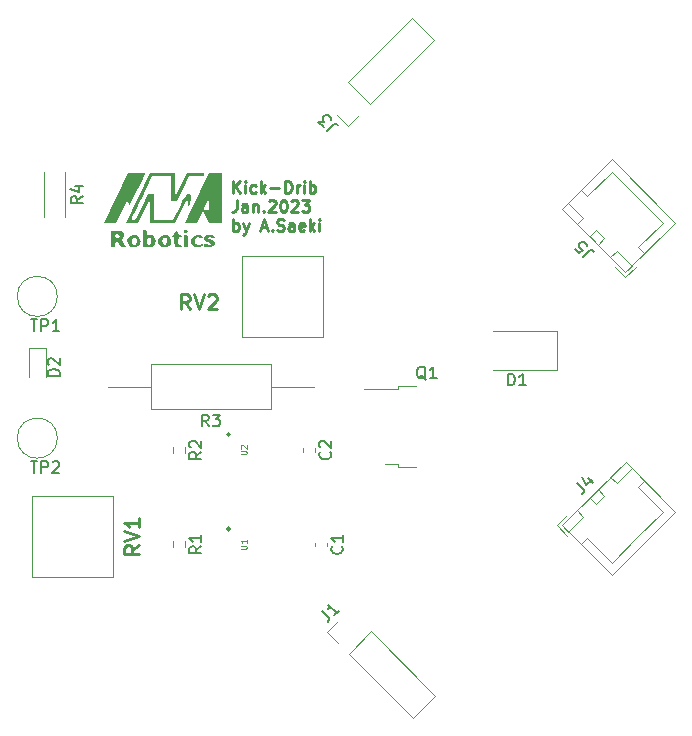
<source format=gto>
G04 #@! TF.GenerationSoftware,KiCad,Pcbnew,(6.0.11)*
G04 #@! TF.CreationDate,2023-01-31T15:57:48+09:00*
G04 #@! TF.ProjectId,kick-drib-20230121,6b69636b-2d64-4726-9962-2d3230323330,V2.0*
G04 #@! TF.SameCoordinates,PX73bce80PY7ffbac0*
G04 #@! TF.FileFunction,Legend,Top*
G04 #@! TF.FilePolarity,Positive*
%FSLAX46Y46*%
G04 Gerber Fmt 4.6, Leading zero omitted, Abs format (unit mm)*
G04 Created by KiCad (PCBNEW (6.0.11)) date 2023-01-31 15:57:48*
%MOMM*%
%LPD*%
G01*
G04 APERTURE LIST*
%ADD10C,0.250000*%
%ADD11C,0.100000*%
%ADD12C,0.150000*%
%ADD13C,0.254000*%
%ADD14C,0.120000*%
G04 APERTURE END LIST*
D10*
X25292595Y54497620D02*
X25292595Y55497620D01*
X25864023Y54497620D02*
X25435452Y55069048D01*
X25864023Y55497620D02*
X25292595Y54926191D01*
X26292595Y54497620D02*
X26292595Y55164286D01*
X26292595Y55497620D02*
X26244976Y55450000D01*
X26292595Y55402381D01*
X26340214Y55450000D01*
X26292595Y55497620D01*
X26292595Y55402381D01*
X27197357Y54545239D02*
X27102119Y54497620D01*
X26911642Y54497620D01*
X26816404Y54545239D01*
X26768785Y54592858D01*
X26721166Y54688096D01*
X26721166Y54973810D01*
X26768785Y55069048D01*
X26816404Y55116667D01*
X26911642Y55164286D01*
X27102119Y55164286D01*
X27197357Y55116667D01*
X27625928Y54497620D02*
X27625928Y55497620D01*
X27721166Y54878572D02*
X28006880Y54497620D01*
X28006880Y55164286D02*
X27625928Y54783334D01*
X28435452Y54878572D02*
X29197357Y54878572D01*
X29673547Y54497620D02*
X29673547Y55497620D01*
X29911642Y55497620D01*
X30054500Y55450000D01*
X30149738Y55354762D01*
X30197357Y55259524D01*
X30244976Y55069048D01*
X30244976Y54926191D01*
X30197357Y54735715D01*
X30149738Y54640477D01*
X30054500Y54545239D01*
X29911642Y54497620D01*
X29673547Y54497620D01*
X30673547Y54497620D02*
X30673547Y55164286D01*
X30673547Y54973810D02*
X30721166Y55069048D01*
X30768785Y55116667D01*
X30864023Y55164286D01*
X30959261Y55164286D01*
X31292595Y54497620D02*
X31292595Y55164286D01*
X31292595Y55497620D02*
X31244976Y55450000D01*
X31292595Y55402381D01*
X31340214Y55450000D01*
X31292595Y55497620D01*
X31292595Y55402381D01*
X31768785Y54497620D02*
X31768785Y55497620D01*
X31768785Y55116667D02*
X31864023Y55164286D01*
X32054500Y55164286D01*
X32149738Y55116667D01*
X32197357Y55069048D01*
X32244976Y54973810D01*
X32244976Y54688096D01*
X32197357Y54592858D01*
X32149738Y54545239D01*
X32054500Y54497620D01*
X31864023Y54497620D01*
X31768785Y54545239D01*
X25578309Y53887620D02*
X25578309Y53173334D01*
X25530690Y53030477D01*
X25435452Y52935239D01*
X25292595Y52887620D01*
X25197357Y52887620D01*
X26483071Y52887620D02*
X26483071Y53411429D01*
X26435452Y53506667D01*
X26340214Y53554286D01*
X26149738Y53554286D01*
X26054500Y53506667D01*
X26483071Y52935239D02*
X26387833Y52887620D01*
X26149738Y52887620D01*
X26054500Y52935239D01*
X26006880Y53030477D01*
X26006880Y53125715D01*
X26054500Y53220953D01*
X26149738Y53268572D01*
X26387833Y53268572D01*
X26483071Y53316191D01*
X26959261Y53554286D02*
X26959261Y52887620D01*
X26959261Y53459048D02*
X27006880Y53506667D01*
X27102119Y53554286D01*
X27244976Y53554286D01*
X27340214Y53506667D01*
X27387833Y53411429D01*
X27387833Y52887620D01*
X27864023Y52982858D02*
X27911642Y52935239D01*
X27864023Y52887620D01*
X27816404Y52935239D01*
X27864023Y52982858D01*
X27864023Y52887620D01*
X28292595Y53792381D02*
X28340214Y53840000D01*
X28435452Y53887620D01*
X28673547Y53887620D01*
X28768785Y53840000D01*
X28816404Y53792381D01*
X28864023Y53697143D01*
X28864023Y53601905D01*
X28816404Y53459048D01*
X28244976Y52887620D01*
X28864023Y52887620D01*
X29483071Y53887620D02*
X29578309Y53887620D01*
X29673547Y53840000D01*
X29721166Y53792381D01*
X29768785Y53697143D01*
X29816404Y53506667D01*
X29816404Y53268572D01*
X29768785Y53078096D01*
X29721166Y52982858D01*
X29673547Y52935239D01*
X29578309Y52887620D01*
X29483071Y52887620D01*
X29387833Y52935239D01*
X29340214Y52982858D01*
X29292595Y53078096D01*
X29244976Y53268572D01*
X29244976Y53506667D01*
X29292595Y53697143D01*
X29340214Y53792381D01*
X29387833Y53840000D01*
X29483071Y53887620D01*
X30197357Y53792381D02*
X30244976Y53840000D01*
X30340214Y53887620D01*
X30578309Y53887620D01*
X30673547Y53840000D01*
X30721166Y53792381D01*
X30768785Y53697143D01*
X30768785Y53601905D01*
X30721166Y53459048D01*
X30149738Y52887620D01*
X30768785Y52887620D01*
X31102119Y53887620D02*
X31721166Y53887620D01*
X31387833Y53506667D01*
X31530690Y53506667D01*
X31625928Y53459048D01*
X31673547Y53411429D01*
X31721166Y53316191D01*
X31721166Y53078096D01*
X31673547Y52982858D01*
X31625928Y52935239D01*
X31530690Y52887620D01*
X31244976Y52887620D01*
X31149738Y52935239D01*
X31102119Y52982858D01*
X25292595Y51277620D02*
X25292595Y52277620D01*
X25292595Y51896667D02*
X25387833Y51944286D01*
X25578309Y51944286D01*
X25673547Y51896667D01*
X25721166Y51849048D01*
X25768785Y51753810D01*
X25768785Y51468096D01*
X25721166Y51372858D01*
X25673547Y51325239D01*
X25578309Y51277620D01*
X25387833Y51277620D01*
X25292595Y51325239D01*
X26102119Y51944286D02*
X26340214Y51277620D01*
X26578309Y51944286D02*
X26340214Y51277620D01*
X26244976Y51039524D01*
X26197357Y50991905D01*
X26102119Y50944286D01*
X27673547Y51563334D02*
X28149738Y51563334D01*
X27578309Y51277620D02*
X27911642Y52277620D01*
X28244976Y51277620D01*
X28578309Y51372858D02*
X28625928Y51325239D01*
X28578309Y51277620D01*
X28530690Y51325239D01*
X28578309Y51372858D01*
X28578309Y51277620D01*
X29006880Y51325239D02*
X29149738Y51277620D01*
X29387833Y51277620D01*
X29483071Y51325239D01*
X29530690Y51372858D01*
X29578309Y51468096D01*
X29578309Y51563334D01*
X29530690Y51658572D01*
X29483071Y51706191D01*
X29387833Y51753810D01*
X29197357Y51801429D01*
X29102119Y51849048D01*
X29054500Y51896667D01*
X29006880Y51991905D01*
X29006880Y52087143D01*
X29054500Y52182381D01*
X29102119Y52230000D01*
X29197357Y52277620D01*
X29435452Y52277620D01*
X29578309Y52230000D01*
X30435452Y51277620D02*
X30435452Y51801429D01*
X30387833Y51896667D01*
X30292595Y51944286D01*
X30102119Y51944286D01*
X30006880Y51896667D01*
X30435452Y51325239D02*
X30340214Y51277620D01*
X30102119Y51277620D01*
X30006880Y51325239D01*
X29959261Y51420477D01*
X29959261Y51515715D01*
X30006880Y51610953D01*
X30102119Y51658572D01*
X30340214Y51658572D01*
X30435452Y51706191D01*
X31292595Y51325239D02*
X31197357Y51277620D01*
X31006880Y51277620D01*
X30911642Y51325239D01*
X30864023Y51420477D01*
X30864023Y51801429D01*
X30911642Y51896667D01*
X31006880Y51944286D01*
X31197357Y51944286D01*
X31292595Y51896667D01*
X31340214Y51801429D01*
X31340214Y51706191D01*
X30864023Y51610953D01*
X31768785Y51277620D02*
X31768785Y52277620D01*
X31864023Y51658572D02*
X32149738Y51277620D01*
X32149738Y51944286D02*
X31768785Y51563334D01*
X32578309Y51277620D02*
X32578309Y51944286D01*
X32578309Y52277620D02*
X32530690Y52230000D01*
X32578309Y52182381D01*
X32625928Y52230000D01*
X32578309Y52277620D01*
X32578309Y52182381D01*
D11*
X25918190Y32351248D02*
X26322952Y32351248D01*
X26370571Y32375058D01*
X26394380Y32398867D01*
X26418190Y32446486D01*
X26418190Y32541724D01*
X26394380Y32589343D01*
X26370571Y32613153D01*
X26322952Y32636962D01*
X25918190Y32636962D01*
X25965809Y32851248D02*
X25942000Y32875058D01*
X25918190Y32922677D01*
X25918190Y33041724D01*
X25942000Y33089343D01*
X25965809Y33113153D01*
X26013428Y33136962D01*
X26061047Y33136962D01*
X26132476Y33113153D01*
X26418190Y32827439D01*
X26418190Y33136962D01*
D12*
X34479142Y24565534D02*
X34526761Y24517915D01*
X34574380Y24375058D01*
X34574380Y24279820D01*
X34526761Y24136962D01*
X34431523Y24041724D01*
X34336285Y23994105D01*
X34145809Y23946486D01*
X34002952Y23946486D01*
X33812476Y23994105D01*
X33717238Y24041724D01*
X33622000Y24136962D01*
X33574380Y24279820D01*
X33574380Y24375058D01*
X33622000Y24517915D01*
X33669619Y24565534D01*
X34574380Y25517915D02*
X34574380Y24946486D01*
X34574380Y25232200D02*
X33574380Y25232200D01*
X33717238Y25136962D01*
X33812476Y25041724D01*
X33860095Y24946486D01*
X54874364Y49058727D02*
X55379440Y49563803D01*
X55514127Y49631147D01*
X55648814Y49631147D01*
X55783501Y49563803D01*
X55850844Y49496460D01*
X54200929Y49732162D02*
X54537646Y49395445D01*
X54908035Y49698490D01*
X54840692Y49698490D01*
X54739677Y49732162D01*
X54571318Y49900521D01*
X54537646Y50001536D01*
X54537646Y50068880D01*
X54571318Y50169895D01*
X54739677Y50338254D01*
X54840692Y50371925D01*
X54908035Y50371925D01*
X55009051Y50338254D01*
X55177409Y50169895D01*
X55211081Y50068880D01*
X55211081Y50001536D01*
X33205918Y59774714D02*
X33710994Y60279790D01*
X33845681Y60347134D01*
X33980368Y60347134D01*
X34115055Y60279790D01*
X34182398Y60212447D01*
X32936544Y60044088D02*
X32498811Y60481821D01*
X33003887Y60515493D01*
X32902872Y60616508D01*
X32869200Y60717523D01*
X32869200Y60784867D01*
X32902872Y60885882D01*
X33071231Y61054241D01*
X33172246Y61087912D01*
X33239589Y61087912D01*
X33340605Y61054241D01*
X33542635Y60852210D01*
X33576307Y60751195D01*
X33576307Y60683851D01*
X8130095Y31779820D02*
X8701523Y31779820D01*
X8415809Y30779820D02*
X8415809Y31779820D01*
X9034857Y30779820D02*
X9034857Y31779820D01*
X9415809Y31779820D01*
X9511047Y31732200D01*
X9558666Y31684581D01*
X9606285Y31589343D01*
X9606285Y31446486D01*
X9558666Y31351248D01*
X9511047Y31303629D01*
X9415809Y31256010D01*
X9034857Y31256010D01*
X9987238Y31684581D02*
X10034857Y31732200D01*
X10130095Y31779820D01*
X10368190Y31779820D01*
X10463428Y31732200D01*
X10511047Y31684581D01*
X10558666Y31589343D01*
X10558666Y31494105D01*
X10511047Y31351248D01*
X9939619Y30779820D01*
X10558666Y30779820D01*
X8130095Y43779820D02*
X8701523Y43779820D01*
X8415809Y42779820D02*
X8415809Y43779820D01*
X9034857Y42779820D02*
X9034857Y43779820D01*
X9415809Y43779820D01*
X9511047Y43732200D01*
X9558666Y43684581D01*
X9606285Y43589343D01*
X9606285Y43446486D01*
X9558666Y43351248D01*
X9511047Y43303629D01*
X9415809Y43256010D01*
X9034857Y43256010D01*
X10558666Y42779820D02*
X9987238Y42779820D01*
X10272952Y42779820D02*
X10272952Y43779820D01*
X10177714Y43636962D01*
X10082476Y43541724D01*
X9987238Y43494105D01*
D13*
X17338523Y24644048D02*
X16733761Y24220715D01*
X17338523Y23918334D02*
X16068523Y23918334D01*
X16068523Y24402143D01*
X16129000Y24523096D01*
X16189476Y24583572D01*
X16310428Y24644048D01*
X16491857Y24644048D01*
X16612809Y24583572D01*
X16673285Y24523096D01*
X16733761Y24402143D01*
X16733761Y23918334D01*
X16068523Y25006905D02*
X17338523Y25430239D01*
X16068523Y25853572D01*
X17338523Y26942143D02*
X17338523Y26216429D01*
X17338523Y26579286D02*
X16068523Y26579286D01*
X16249952Y26458334D01*
X16370904Y26337381D01*
X16431380Y26216429D01*
D12*
X22574380Y32565534D02*
X22098190Y32232200D01*
X22574380Y31994105D02*
X21574380Y31994105D01*
X21574380Y32375058D01*
X21622000Y32470296D01*
X21669619Y32517915D01*
X21764857Y32565534D01*
X21907714Y32565534D01*
X22002952Y32517915D01*
X22050571Y32470296D01*
X22098190Y32375058D01*
X22098190Y31994105D01*
X21669619Y32946486D02*
X21622000Y32994105D01*
X21574380Y33089343D01*
X21574380Y33327439D01*
X21622000Y33422677D01*
X21669619Y33470296D01*
X21764857Y33517915D01*
X21860095Y33517915D01*
X22002952Y33470296D01*
X22574380Y32898867D01*
X22574380Y33517915D01*
X22574380Y24565534D02*
X22098190Y24232200D01*
X22574380Y23994105D02*
X21574380Y23994105D01*
X21574380Y24375058D01*
X21622000Y24470296D01*
X21669619Y24517915D01*
X21764857Y24565534D01*
X21907714Y24565534D01*
X22002952Y24517915D01*
X22050571Y24470296D01*
X22098190Y24375058D01*
X22098190Y23994105D01*
X22574380Y25517915D02*
X22574380Y24946486D01*
X22574380Y25232200D02*
X21574380Y25232200D01*
X21717238Y25136962D01*
X21812476Y25041724D01*
X21860095Y24946486D01*
X33479142Y32565534D02*
X33526761Y32517915D01*
X33574380Y32375058D01*
X33574380Y32279820D01*
X33526761Y32136962D01*
X33431523Y32041724D01*
X33336285Y31994105D01*
X33145809Y31946486D01*
X33002952Y31946486D01*
X32812476Y31994105D01*
X32717238Y32041724D01*
X32622000Y32136962D01*
X32574380Y32279820D01*
X32574380Y32375058D01*
X32622000Y32517915D01*
X32669619Y32565534D01*
X32669619Y32946486D02*
X32622000Y32994105D01*
X32574380Y33089343D01*
X32574380Y33327439D01*
X32622000Y33422677D01*
X32669619Y33470296D01*
X32764857Y33517915D01*
X32860095Y33517915D01*
X33002952Y33470296D01*
X33574380Y32898867D01*
X33574380Y33517915D01*
D11*
X25918190Y24351248D02*
X26322952Y24351248D01*
X26370571Y24375058D01*
X26394380Y24398867D01*
X26418190Y24446486D01*
X26418190Y24541724D01*
X26394380Y24589343D01*
X26370571Y24613153D01*
X26322952Y24636962D01*
X25918190Y24636962D01*
X26418190Y25136962D02*
X26418190Y24851248D01*
X26418190Y24994105D02*
X25918190Y24994105D01*
X25989619Y24946486D01*
X26037238Y24898867D01*
X26061047Y24851248D01*
D13*
X21596047Y44637477D02*
X21172714Y45242239D01*
X20870333Y44637477D02*
X20870333Y45907477D01*
X21354142Y45907477D01*
X21475095Y45847000D01*
X21535571Y45786524D01*
X21596047Y45665572D01*
X21596047Y45484143D01*
X21535571Y45363191D01*
X21475095Y45302715D01*
X21354142Y45242239D01*
X20870333Y45242239D01*
X21958904Y45907477D02*
X22382238Y44637477D01*
X22805571Y45907477D01*
X23168428Y45786524D02*
X23228904Y45847000D01*
X23349857Y45907477D01*
X23652238Y45907477D01*
X23773190Y45847000D01*
X23833666Y45786524D01*
X23894142Y45665572D01*
X23894142Y45544620D01*
X23833666Y45363191D01*
X23107952Y44637477D01*
X23894142Y44637477D01*
D12*
X54407626Y29956936D02*
X54912702Y29451860D01*
X54980046Y29317173D01*
X54980046Y29182486D01*
X54912702Y29047799D01*
X54845359Y28980456D01*
X55283092Y30360997D02*
X55754496Y29889593D01*
X54845359Y30462013D02*
X55182076Y29788578D01*
X55619809Y30226310D01*
X23201333Y34727620D02*
X22868000Y35203810D01*
X22629904Y34727620D02*
X22629904Y35727620D01*
X23010857Y35727620D01*
X23106095Y35680000D01*
X23153714Y35632381D01*
X23201333Y35537143D01*
X23201333Y35394286D01*
X23153714Y35299048D01*
X23106095Y35251429D01*
X23010857Y35203810D01*
X22629904Y35203810D01*
X23534666Y35727620D02*
X24153714Y35727620D01*
X23820380Y35346667D01*
X23963238Y35346667D01*
X24058476Y35299048D01*
X24106095Y35251429D01*
X24153714Y35156191D01*
X24153714Y34918096D01*
X24106095Y34822858D01*
X24058476Y34775239D01*
X23963238Y34727620D01*
X23677523Y34727620D01*
X23582285Y34775239D01*
X23534666Y34822858D01*
X32829413Y19123382D02*
X33334489Y18618306D01*
X33401833Y18483619D01*
X33401833Y18348932D01*
X33334489Y18214245D01*
X33267146Y18146902D01*
X34243627Y19123382D02*
X33839566Y18719321D01*
X34041596Y18921352D02*
X33334489Y19628459D01*
X33368161Y19460100D01*
X33368161Y19325413D01*
X33334489Y19224398D01*
X12532380Y54189334D02*
X12056190Y53856000D01*
X12532380Y53617905D02*
X11532380Y53617905D01*
X11532380Y53998858D01*
X11580000Y54094096D01*
X11627619Y54141715D01*
X11722857Y54189334D01*
X11865714Y54189334D01*
X11960952Y54141715D01*
X12008571Y54094096D01*
X12056190Y53998858D01*
X12056190Y53617905D01*
X11865714Y55046477D02*
X12532380Y55046477D01*
X11484761Y54808381D02*
X12199047Y54570286D01*
X12199047Y55189334D01*
X48537904Y38195620D02*
X48537904Y39195620D01*
X48776000Y39195620D01*
X48918857Y39148000D01*
X49014095Y39052762D01*
X49061714Y38957524D01*
X49109333Y38767048D01*
X49109333Y38624191D01*
X49061714Y38433715D01*
X49014095Y38338477D01*
X48918857Y38243239D01*
X48776000Y38195620D01*
X48537904Y38195620D01*
X50061714Y38195620D02*
X49490285Y38195620D01*
X49776000Y38195620D02*
X49776000Y39195620D01*
X49680761Y39052762D01*
X49585523Y38957524D01*
X49490285Y38909905D01*
X41596761Y38684581D02*
X41501523Y38732200D01*
X41406285Y38827439D01*
X41263428Y38970296D01*
X41168190Y39017915D01*
X41072952Y39017915D01*
X41120571Y38779820D02*
X41025333Y38827439D01*
X40930095Y38922677D01*
X40882476Y39113153D01*
X40882476Y39446486D01*
X40930095Y39636962D01*
X41025333Y39732200D01*
X41120571Y39779820D01*
X41311047Y39779820D01*
X41406285Y39732200D01*
X41501523Y39636962D01*
X41549142Y39446486D01*
X41549142Y39113153D01*
X41501523Y38922677D01*
X41406285Y38827439D01*
X41311047Y38779820D01*
X41120571Y38779820D01*
X42501523Y38779820D02*
X41930095Y38779820D01*
X42215809Y38779820D02*
X42215809Y39779820D01*
X42120571Y39636962D01*
X42025333Y39541724D01*
X41930095Y39494105D01*
X10574380Y38994105D02*
X9574380Y38994105D01*
X9574380Y39232200D01*
X9622000Y39375058D01*
X9717238Y39470296D01*
X9812476Y39517915D01*
X10002952Y39565534D01*
X10145809Y39565534D01*
X10336285Y39517915D01*
X10431523Y39470296D01*
X10526761Y39375058D01*
X10574380Y39232200D01*
X10574380Y38994105D01*
X9669619Y39946486D02*
X9622000Y39994105D01*
X9574380Y40089343D01*
X9574380Y40327439D01*
X9622000Y40422677D01*
X9669619Y40470296D01*
X9764857Y40517915D01*
X9860095Y40517915D01*
X10002952Y40470296D01*
X10574380Y39898867D01*
X10574380Y40517915D01*
X25033421Y34032200D02*
G75*
G03*
X25033421Y34032200I-141421J0D01*
G01*
D14*
X32182000Y24878467D02*
X32182000Y24585933D01*
X33202000Y24878467D02*
X33202000Y24585933D01*
G36*
X16388547Y50704266D02*
G01*
X16549430Y50867968D01*
X16781180Y50954195D01*
X16870666Y50960421D01*
X17122046Y50903375D01*
X17317147Y50751565D01*
X17425247Y50533982D01*
X17437333Y50425684D01*
X17376880Y50188469D01*
X17216005Y50004361D01*
X16985430Y49902353D01*
X16870666Y49890948D01*
X16616320Y49945494D01*
X16467636Y50055015D01*
X16333998Y50267119D01*
X16322534Y50386242D01*
X16669317Y50386242D01*
X16698602Y50243763D01*
X16805287Y50113136D01*
X16938104Y50109851D01*
X17024000Y50171684D01*
X17099443Y50320676D01*
X17096881Y50498054D01*
X17029691Y50657075D01*
X16911248Y50750997D01*
X16855683Y50759895D01*
X16759317Y50701741D01*
X16692132Y50560552D01*
X16669317Y50386242D01*
X16322534Y50386242D01*
X16312186Y50493759D01*
X16388547Y50704266D01*
G37*
G36*
X15357924Y51294632D02*
G01*
X15639786Y51280633D01*
X15850056Y51242387D01*
X15932924Y51205866D01*
X16030955Y51060271D01*
X16045022Y50864789D01*
X15974514Y50673871D01*
X15939384Y50628483D01*
X15878912Y50548450D01*
X15872398Y50470303D01*
X15928269Y50355651D01*
X16034253Y50196225D01*
X16243738Y49890948D01*
X16023869Y49893484D01*
X15867125Y49917768D01*
X15741482Y50006649D01*
X15621300Y50160853D01*
X15501338Y50316098D01*
X15402916Y50411396D01*
X15371300Y50425684D01*
X15329157Y50366387D01*
X15305716Y50218254D01*
X15304000Y50158316D01*
X15296102Y49986877D01*
X15253303Y49910666D01*
X15146945Y49891369D01*
X15104000Y49890948D01*
X14904000Y49890948D01*
X14904000Y50860158D01*
X15304000Y50860158D01*
X15322587Y50734772D01*
X15406196Y50699752D01*
X15487333Y50705324D01*
X15630319Y50754005D01*
X15670666Y50860158D01*
X15626527Y50969514D01*
X15487333Y51014993D01*
X15354477Y51012477D01*
X15307947Y50937587D01*
X15304000Y50860158D01*
X14904000Y50860158D01*
X14904000Y51294632D01*
X15357924Y51294632D01*
G37*
G36*
X22517104Y50939838D02*
G01*
X22659391Y50873404D01*
X22703996Y50754089D01*
X22704000Y50752744D01*
X22689293Y50649831D01*
X22624015Y50637756D01*
X22497099Y50696756D01*
X22310435Y50740616D01*
X22162785Y50675177D01*
X22078064Y50523965D01*
X22080189Y50310507D01*
X22084874Y50291269D01*
X22171171Y50174849D01*
X22319011Y50109852D01*
X22467925Y50115833D01*
X22522214Y50149842D01*
X22633430Y50221050D01*
X22695158Y50171586D01*
X22704000Y50098625D01*
X22648127Y49975116D01*
X22504918Y49902782D01*
X22310984Y49883535D01*
X22102936Y49919282D01*
X21917385Y50011933D01*
X21867636Y50055015D01*
X21734981Y50266578D01*
X21713447Y50493754D01*
X21789344Y50705125D01*
X21948981Y50869276D01*
X22178669Y50954791D01*
X22262183Y50960421D01*
X22517104Y50939838D01*
G37*
G36*
X21353326Y50954723D02*
G01*
X21402821Y50919444D01*
X21427652Y50827309D01*
X21436322Y50651043D01*
X21437333Y50425684D01*
X21435557Y50160477D01*
X21424561Y50001676D01*
X21395845Y49922006D01*
X21340906Y49894192D01*
X21270666Y49890948D01*
X21188006Y49896646D01*
X21138511Y49931925D01*
X21113680Y50024059D01*
X21105011Y50200326D01*
X21104000Y50425684D01*
X21105776Y50690892D01*
X21116771Y50849693D01*
X21145488Y50929363D01*
X21200426Y50957177D01*
X21270666Y50960421D01*
X21353326Y50954723D01*
G37*
G36*
X20378326Y54135421D02*
G01*
X21401980Y56174105D01*
X22126789Y56174105D01*
X22446524Y56171947D01*
X22653856Y56163318D01*
X22769675Y56144992D01*
X22814872Y56113741D01*
X22811132Y56068375D01*
X22775834Y55961822D01*
X22770666Y55934691D01*
X22708963Y55922377D01*
X22543692Y55912831D01*
X22304612Y55907441D01*
X22171059Y55906737D01*
X21571451Y55906737D01*
X21037333Y54837263D01*
X20503214Y53767790D01*
X20037333Y53767790D01*
X20037333Y55906737D01*
X18437809Y55906737D01*
X17537571Y54102478D01*
X17312348Y53650004D01*
X17107731Y53236850D01*
X16931025Y52877932D01*
X16789535Y52588165D01*
X16690566Y52382467D01*
X16641424Y52275753D01*
X16637333Y52264320D01*
X16695365Y52240482D01*
X16835109Y52230423D01*
X16836940Y52230421D01*
X16910960Y52235931D01*
X16976589Y52263358D01*
X17045044Y52329052D01*
X17127541Y52449360D01*
X17235297Y52640630D01*
X17379526Y52919213D01*
X17570666Y53299895D01*
X18104785Y54369369D01*
X18570666Y54369369D01*
X18570666Y52230421D01*
X20207329Y52230421D01*
X20737333Y53299895D01*
X20927028Y53681218D01*
X21069114Y53959066D01*
X21175048Y54149813D01*
X21256290Y54269835D01*
X21324296Y54335507D01*
X21390526Y54363203D01*
X21466436Y54369300D01*
X21485668Y54369369D01*
X21625935Y54360159D01*
X21687977Y54306779D01*
X21703606Y54170605D01*
X21704000Y54104268D01*
X21673129Y53859687D01*
X21597761Y53615128D01*
X21587333Y53591975D01*
X21470666Y53344784D01*
X21436216Y53673260D01*
X21401766Y54001737D01*
X20369832Y51963053D01*
X18237333Y51963053D01*
X18229673Y54001737D01*
X17206019Y51963053D01*
X16170943Y51963053D01*
X18269681Y56174105D01*
X20370666Y56174105D01*
X20378326Y54135421D01*
G37*
G36*
X21401360Y51330142D02*
G01*
X21437333Y51227790D01*
X21398271Y51122960D01*
X21270666Y51094105D01*
X21139972Y51125437D01*
X21104000Y51227790D01*
X21143061Y51332620D01*
X21270666Y51361474D01*
X21401360Y51330142D01*
G37*
G36*
X17411329Y56171247D02*
G01*
X17645646Y56163505D01*
X17795913Y56152133D01*
X17837333Y56141106D01*
X17808853Y56074423D01*
X17728987Y55905449D01*
X17606098Y55651407D01*
X17448549Y55329517D01*
X17264703Y54956999D01*
X17154000Y54733941D01*
X16470666Y53359775D01*
X16401766Y54001737D01*
X15369832Y51963053D01*
X14304276Y51963053D01*
X15353645Y54068579D01*
X16403015Y56174105D01*
X17120174Y56174105D01*
X17411329Y56171247D01*
G37*
G36*
X24304000Y56174105D02*
G01*
X24304000Y51963053D01*
X23238947Y51963053D01*
X22719211Y52998719D01*
X22208095Y51963053D01*
X21170943Y51963053D01*
X21728941Y53082658D01*
X22773901Y53082658D01*
X22830250Y53049552D01*
X22973032Y53032970D01*
X23004000Y53032527D01*
X23237333Y53032527D01*
X23230863Y54001737D01*
X23004000Y53567263D01*
X22893039Y53349153D01*
X22811208Y53177654D01*
X22774504Y53086457D01*
X22773901Y53082658D01*
X21728941Y53082658D01*
X23269681Y56174105D01*
X24304000Y56174105D01*
G37*
G36*
X20601360Y51196458D02*
G01*
X20637333Y51094105D01*
X20684473Y50982392D01*
X20770666Y50960421D01*
X20879252Y50918627D01*
X20904000Y50860158D01*
X20848420Y50778504D01*
X20770666Y50759895D01*
X20690692Y50742299D01*
X20650806Y50667613D01*
X20637903Y50502987D01*
X20637333Y50425684D01*
X20644353Y50225224D01*
X20674149Y50125246D01*
X20739826Y50092904D01*
X20770666Y50091474D01*
X20879252Y50049679D01*
X20904000Y49991211D01*
X20848082Y49923027D01*
X20714148Y49891567D01*
X20552927Y49898789D01*
X20415147Y49946647D01*
X20384000Y49971158D01*
X20338501Y50080076D01*
X20309522Y50271087D01*
X20304000Y50405632D01*
X20294392Y50622768D01*
X20260846Y50732397D01*
X20204000Y50759895D01*
X20115615Y50813400D01*
X20104000Y50860158D01*
X20157364Y50948775D01*
X20204000Y50960421D01*
X20285439Y51016147D01*
X20304000Y51094105D01*
X20343061Y51198936D01*
X20470666Y51227790D01*
X20601360Y51196458D01*
G37*
G36*
X17804000Y51361474D02*
G01*
X17916187Y51344298D01*
X17962504Y51266649D01*
X17970666Y51124498D01*
X17977811Y50968759D01*
X18025763Y50912152D01*
X18154297Y50922220D01*
X18206666Y50931912D01*
X18448239Y50931324D01*
X18610155Y50823603D01*
X18692538Y50608629D01*
X18704000Y50448746D01*
X18672883Y50187582D01*
X18568481Y50016847D01*
X18374220Y49922670D01*
X18073523Y49891182D01*
X18037333Y49890948D01*
X17637333Y49890948D01*
X17637333Y50502874D01*
X17982636Y50502874D01*
X17988077Y50268801D01*
X18047493Y50123815D01*
X18146973Y50081728D01*
X18272612Y50156347D01*
X18300385Y50187371D01*
X18349742Y50317644D01*
X18359042Y50499445D01*
X18358548Y50504871D01*
X18327084Y50659147D01*
X18251631Y50719295D01*
X18170666Y50726474D01*
X18052937Y50704546D01*
X17998770Y50612725D01*
X17982636Y50502874D01*
X17637333Y50502874D01*
X17637333Y51361474D01*
X17804000Y51361474D01*
G37*
G36*
X23548382Y50933509D02*
G01*
X23677768Y50850156D01*
X23704000Y50754398D01*
X23685410Y50671063D01*
X23604627Y50669964D01*
X23532993Y50694707D01*
X23313244Y50754683D01*
X23194378Y50728303D01*
X23170666Y50659632D01*
X23227746Y50578499D01*
X23322499Y50559369D01*
X23497068Y50520275D01*
X23658553Y50424908D01*
X23758584Y50306141D01*
X23770666Y50254789D01*
X23709972Y50092168D01*
X23549819Y49967172D01*
X23323102Y49901244D01*
X23220666Y49896225D01*
X23023993Y49907078D01*
X22879068Y49927721D01*
X22854000Y49935216D01*
X22785365Y50021767D01*
X22770666Y50104195D01*
X22796035Y50200215D01*
X22887333Y50189435D01*
X23040709Y50140597D01*
X23195826Y50106605D01*
X23331074Y50106542D01*
X23364442Y50154396D01*
X23305722Y50225045D01*
X23164705Y50293362D01*
X23117670Y50307151D01*
X22918174Y50404266D01*
X22812757Y50551963D01*
X22819304Y50722281D01*
X22833135Y50752031D01*
X22960060Y50890439D01*
X23166744Y50953423D01*
X23303999Y50960421D01*
X23548382Y50933509D01*
G37*
G36*
X18988547Y50704266D02*
G01*
X19149430Y50867968D01*
X19381180Y50954195D01*
X19470666Y50960421D01*
X19722046Y50903375D01*
X19917147Y50751565D01*
X20025247Y50533982D01*
X20037333Y50425684D01*
X19976880Y50188469D01*
X19816005Y50004361D01*
X19585430Y49902353D01*
X19470666Y49890948D01*
X19216320Y49945494D01*
X19067636Y50055015D01*
X18933998Y50267119D01*
X18922935Y50382074D01*
X19264623Y50382074D01*
X19304299Y50220565D01*
X19396371Y50119694D01*
X19519805Y50105711D01*
X19624000Y50171684D01*
X19690865Y50316451D01*
X19695963Y50504828D01*
X19639292Y50661951D01*
X19624000Y50679684D01*
X19487330Y50755777D01*
X19368737Y50701934D01*
X19298381Y50577974D01*
X19264623Y50382074D01*
X18922935Y50382074D01*
X18912186Y50493759D01*
X18988547Y50704266D01*
G37*
X56687588Y50636249D02*
X55980482Y51343355D01*
X60081701Y49363456D02*
X59551371Y49893786D01*
X58490711Y47772466D02*
X59021041Y48302796D01*
X61637336Y51979751D02*
X59480660Y54136427D01*
X53116699Y53146478D02*
X54389491Y51873685D01*
X58490711Y47758324D02*
X62712138Y51979751D01*
X59021041Y48302796D02*
X57748249Y49575588D01*
X54707689Y54737468D02*
X55238019Y54207138D01*
X53102557Y53146478D02*
X58490711Y47758324D01*
X56157258Y50105918D02*
X56687588Y50636249D01*
X62712138Y51979751D02*
X57323984Y57367905D01*
X53647029Y53676808D02*
X53116699Y53146478D01*
X57217918Y49045258D02*
X58490711Y47772466D01*
X58490711Y47348202D02*
X59374594Y48232086D01*
X57606827Y48232086D02*
X58490711Y47348202D01*
X57323984Y56293103D02*
X59480660Y54136427D01*
X57323984Y57367905D02*
X53102557Y53146478D01*
X57748249Y49575588D02*
X57217918Y49045258D01*
X55980482Y51343355D02*
X55450152Y50813025D01*
X59551371Y49893786D02*
X61637336Y51979751D01*
X54389491Y51873685D02*
X54919821Y52404016D01*
X55238019Y54207138D02*
X57323984Y56293103D01*
X55450152Y50813025D02*
X56157258Y50105918D01*
X54919821Y52404016D02*
X53647029Y53676808D01*
X34962574Y63883678D02*
X40393154Y69314258D01*
X35945452Y61104748D02*
X35005000Y60164296D01*
X36843478Y62002774D02*
X34962574Y63883678D01*
X42274058Y67433354D02*
X40393154Y69314258D01*
X36843478Y62002774D02*
X42274058Y67433354D01*
X35005000Y60164296D02*
X34064548Y61104748D01*
X10392000Y33732200D02*
G75*
G03*
X10392000Y33732200I-1700000J0D01*
G01*
X10392000Y45732200D02*
G75*
G03*
X10392000Y45732200I-1700000J0D01*
G01*
D11*
X15084000Y22000000D02*
X8284000Y22000000D01*
X8284000Y22000000D02*
X8284000Y28800000D01*
X15084000Y28800000D02*
X15084000Y22000000D01*
X8284000Y28800000D02*
X15084000Y28800000D01*
D14*
X21214500Y32986924D02*
X21214500Y32477476D01*
X20169500Y32986924D02*
X20169500Y32477476D01*
X21214500Y24986924D02*
X21214500Y24477476D01*
X20169500Y24986924D02*
X20169500Y24477476D01*
X32202000Y32878467D02*
X32202000Y32585933D01*
X31182000Y32878467D02*
X31182000Y32585933D01*
D12*
X25033421Y26032200D02*
G75*
G03*
X25033421Y26032200I-141421J0D01*
G01*
D11*
X32864000Y49120000D02*
X32864000Y42320000D01*
X32864000Y42320000D02*
X26064000Y42320000D01*
X26064000Y42320000D02*
X26064000Y49120000D01*
X26064000Y49120000D02*
X32864000Y49120000D01*
D14*
X60086368Y30123611D02*
X59556038Y29593281D01*
X55985149Y28143712D02*
X56692255Y28850818D01*
X62716805Y27507316D02*
X58495378Y31728743D01*
X56692255Y28850818D02*
X56161925Y29381148D01*
X54394158Y27613382D02*
X53121366Y26340589D01*
X55454818Y28674042D02*
X55985149Y28143712D01*
X54924488Y27083051D02*
X54394158Y27613382D01*
X53107224Y26340589D02*
X57328651Y22119162D01*
X61642003Y27507316D02*
X59485327Y25350640D01*
X57328651Y22119162D02*
X62716805Y27507316D01*
X53580986Y27224473D02*
X52697102Y26340589D01*
X57752916Y29911479D02*
X59025708Y31184271D01*
X54712356Y24749599D02*
X55242686Y25279929D01*
X59556038Y29593281D02*
X61642003Y27507316D01*
X58495378Y31714601D02*
X57222585Y30441809D01*
X52697102Y26340589D02*
X53580986Y25456706D01*
X57328651Y23193964D02*
X59485327Y25350640D01*
X53121366Y26340589D02*
X53651696Y25810259D01*
X55242686Y25279929D02*
X57328651Y23193964D01*
X53651696Y25810259D02*
X54924488Y27083051D01*
X58495378Y31728743D02*
X53107224Y26340589D01*
X59025708Y31184271D02*
X58495378Y31714601D01*
X56161925Y29381148D02*
X55454818Y28674042D01*
X57222585Y30441809D02*
X57752916Y29911479D01*
X28438000Y40020000D02*
X18298000Y40020000D01*
X18298000Y40020000D02*
X18298000Y36180000D01*
X32088000Y38100000D02*
X28438000Y38100000D01*
X18298000Y36180000D02*
X28438000Y36180000D01*
X14648000Y38100000D02*
X18298000Y38100000D01*
X28438000Y36180000D02*
X28438000Y40020000D01*
X35057474Y15485822D02*
X36938378Y17366726D01*
X33218996Y17324300D02*
X34159448Y18264752D01*
X35057474Y15485822D02*
X40488054Y10055242D01*
X36938378Y17366726D02*
X42368958Y11936146D01*
X40488054Y10055242D02*
X42368958Y11936146D01*
X34159448Y16383848D02*
X33218996Y17324300D01*
X11080000Y56276000D02*
X11080000Y52436000D01*
X9240000Y56276000D02*
X9240000Y52436000D01*
X52676000Y39498000D02*
X47276000Y39498000D01*
X52676000Y42798000D02*
X47276000Y42798000D01*
X52676000Y39498000D02*
X52676000Y42798000D01*
X39222000Y38182200D02*
X39222000Y37912200D01*
X39222000Y31282200D02*
X39222000Y31552200D01*
X39222000Y37912200D02*
X36392000Y37912200D01*
X39222000Y31552200D02*
X38122000Y31552200D01*
X40722000Y31282200D02*
X39222000Y31282200D01*
X40722000Y38182200D02*
X39222000Y38182200D01*
X9427000Y41392200D02*
X7957000Y41392200D01*
X7957000Y41392200D02*
X7957000Y38932200D01*
X9427000Y38932200D02*
X9427000Y41392200D01*
M02*

</source>
